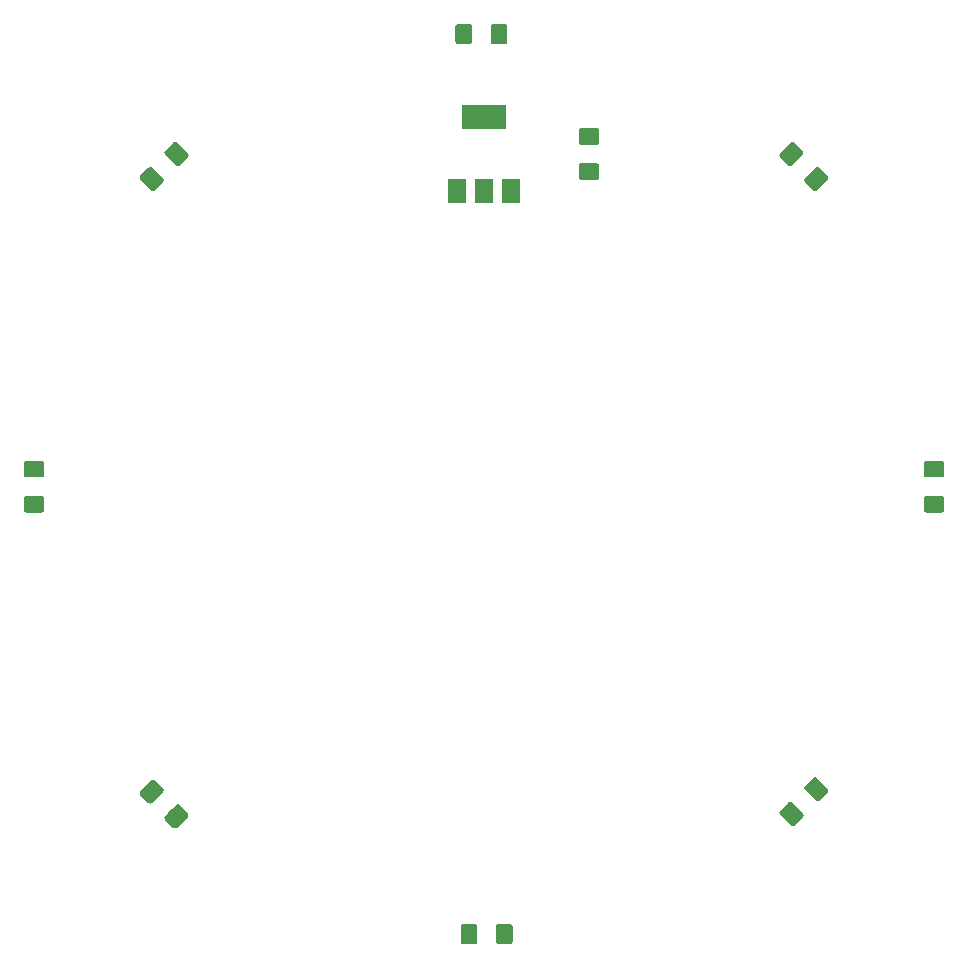
<source format=gbr>
G04 #@! TF.GenerationSoftware,KiCad,Pcbnew,(5.1.2)-1*
G04 #@! TF.CreationDate,2019-07-31T22:00:42+02:00*
G04 #@! TF.ProjectId,OpenMQTTGatewayPCB,4f70656e-4d51-4545-9447-617465776179,1*
G04 #@! TF.SameCoordinates,Original*
G04 #@! TF.FileFunction,Paste,Top*
G04 #@! TF.FilePolarity,Positive*
%FSLAX46Y46*%
G04 Gerber Fmt 4.6, Leading zero omitted, Abs format (unit mm)*
G04 Created by KiCad (PCBNEW (5.1.2)-1) date 2019-07-31 22:00:42*
%MOMM*%
%LPD*%
G04 APERTURE LIST*
%ADD10C,0.100000*%
%ADD11C,1.425000*%
%ADD12R,1.500000X2.000000*%
%ADD13R,3.800000X2.000000*%
G04 APERTURE END LIST*
D10*
G36*
X98712004Y-110886204D02*
G01*
X98736273Y-110889804D01*
X98760071Y-110895765D01*
X98783171Y-110904030D01*
X98805349Y-110914520D01*
X98826393Y-110927133D01*
X98846098Y-110941747D01*
X98864277Y-110958223D01*
X98880753Y-110976402D01*
X98895367Y-110996107D01*
X98907980Y-111017151D01*
X98918470Y-111039329D01*
X98926735Y-111062429D01*
X98932696Y-111086227D01*
X98936296Y-111110496D01*
X98937500Y-111135000D01*
X98937500Y-112385000D01*
X98936296Y-112409504D01*
X98932696Y-112433773D01*
X98926735Y-112457571D01*
X98918470Y-112480671D01*
X98907980Y-112502849D01*
X98895367Y-112523893D01*
X98880753Y-112543598D01*
X98864277Y-112561777D01*
X98846098Y-112578253D01*
X98826393Y-112592867D01*
X98805349Y-112605480D01*
X98783171Y-112615970D01*
X98760071Y-112624235D01*
X98736273Y-112630196D01*
X98712004Y-112633796D01*
X98687500Y-112635000D01*
X97762500Y-112635000D01*
X97737996Y-112633796D01*
X97713727Y-112630196D01*
X97689929Y-112624235D01*
X97666829Y-112615970D01*
X97644651Y-112605480D01*
X97623607Y-112592867D01*
X97603902Y-112578253D01*
X97585723Y-112561777D01*
X97569247Y-112543598D01*
X97554633Y-112523893D01*
X97542020Y-112502849D01*
X97531530Y-112480671D01*
X97523265Y-112457571D01*
X97517304Y-112433773D01*
X97513704Y-112409504D01*
X97512500Y-112385000D01*
X97512500Y-111135000D01*
X97513704Y-111110496D01*
X97517304Y-111086227D01*
X97523265Y-111062429D01*
X97531530Y-111039329D01*
X97542020Y-111017151D01*
X97554633Y-110996107D01*
X97569247Y-110976402D01*
X97585723Y-110958223D01*
X97603902Y-110941747D01*
X97623607Y-110927133D01*
X97644651Y-110914520D01*
X97666829Y-110904030D01*
X97689929Y-110895765D01*
X97713727Y-110889804D01*
X97737996Y-110886204D01*
X97762500Y-110885000D01*
X98687500Y-110885000D01*
X98712004Y-110886204D01*
X98712004Y-110886204D01*
G37*
D11*
X98225000Y-111760000D03*
D10*
G36*
X95737004Y-110886204D02*
G01*
X95761273Y-110889804D01*
X95785071Y-110895765D01*
X95808171Y-110904030D01*
X95830349Y-110914520D01*
X95851393Y-110927133D01*
X95871098Y-110941747D01*
X95889277Y-110958223D01*
X95905753Y-110976402D01*
X95920367Y-110996107D01*
X95932980Y-111017151D01*
X95943470Y-111039329D01*
X95951735Y-111062429D01*
X95957696Y-111086227D01*
X95961296Y-111110496D01*
X95962500Y-111135000D01*
X95962500Y-112385000D01*
X95961296Y-112409504D01*
X95957696Y-112433773D01*
X95951735Y-112457571D01*
X95943470Y-112480671D01*
X95932980Y-112502849D01*
X95920367Y-112523893D01*
X95905753Y-112543598D01*
X95889277Y-112561777D01*
X95871098Y-112578253D01*
X95851393Y-112592867D01*
X95830349Y-112605480D01*
X95808171Y-112615970D01*
X95785071Y-112624235D01*
X95761273Y-112630196D01*
X95737004Y-112633796D01*
X95712500Y-112635000D01*
X94787500Y-112635000D01*
X94762996Y-112633796D01*
X94738727Y-112630196D01*
X94714929Y-112624235D01*
X94691829Y-112615970D01*
X94669651Y-112605480D01*
X94648607Y-112592867D01*
X94628902Y-112578253D01*
X94610723Y-112561777D01*
X94594247Y-112543598D01*
X94579633Y-112523893D01*
X94567020Y-112502849D01*
X94556530Y-112480671D01*
X94548265Y-112457571D01*
X94542304Y-112433773D01*
X94538704Y-112409504D01*
X94537500Y-112385000D01*
X94537500Y-111135000D01*
X94538704Y-111110496D01*
X94542304Y-111086227D01*
X94548265Y-111062429D01*
X94556530Y-111039329D01*
X94567020Y-111017151D01*
X94579633Y-110996107D01*
X94594247Y-110976402D01*
X94610723Y-110958223D01*
X94628902Y-110941747D01*
X94648607Y-110927133D01*
X94669651Y-110914520D01*
X94691829Y-110904030D01*
X94714929Y-110895765D01*
X94738727Y-110889804D01*
X94762996Y-110886204D01*
X94787500Y-110885000D01*
X95712500Y-110885000D01*
X95737004Y-110886204D01*
X95737004Y-110886204D01*
G37*
D11*
X95250000Y-111760000D03*
D10*
G36*
X122464599Y-100582225D02*
G01*
X122488868Y-100585825D01*
X122512666Y-100591786D01*
X122535766Y-100600051D01*
X122557944Y-100610541D01*
X122578988Y-100623154D01*
X122598693Y-100637768D01*
X122616872Y-100654244D01*
X123500756Y-101538128D01*
X123517232Y-101556307D01*
X123531846Y-101576012D01*
X123544459Y-101597056D01*
X123554949Y-101619234D01*
X123563214Y-101642334D01*
X123569175Y-101666132D01*
X123572775Y-101690401D01*
X123573979Y-101714905D01*
X123572775Y-101739409D01*
X123569175Y-101763678D01*
X123563214Y-101787476D01*
X123554949Y-101810576D01*
X123544459Y-101832754D01*
X123531846Y-101853798D01*
X123517232Y-101873503D01*
X123500756Y-101891682D01*
X122846682Y-102545756D01*
X122828503Y-102562232D01*
X122808798Y-102576846D01*
X122787754Y-102589459D01*
X122765576Y-102599949D01*
X122742476Y-102608214D01*
X122718678Y-102614175D01*
X122694409Y-102617775D01*
X122669905Y-102618979D01*
X122645401Y-102617775D01*
X122621132Y-102614175D01*
X122597334Y-102608214D01*
X122574234Y-102599949D01*
X122552056Y-102589459D01*
X122531012Y-102576846D01*
X122511307Y-102562232D01*
X122493128Y-102545756D01*
X121609244Y-101661872D01*
X121592768Y-101643693D01*
X121578154Y-101623988D01*
X121565541Y-101602944D01*
X121555051Y-101580766D01*
X121546786Y-101557666D01*
X121540825Y-101533868D01*
X121537225Y-101509599D01*
X121536021Y-101485095D01*
X121537225Y-101460591D01*
X121540825Y-101436322D01*
X121546786Y-101412524D01*
X121555051Y-101389424D01*
X121565541Y-101367246D01*
X121578154Y-101346202D01*
X121592768Y-101326497D01*
X121609244Y-101308318D01*
X122263318Y-100654244D01*
X122281497Y-100637768D01*
X122301202Y-100623154D01*
X122322246Y-100610541D01*
X122344424Y-100600051D01*
X122367524Y-100591786D01*
X122391322Y-100585825D01*
X122415591Y-100582225D01*
X122440095Y-100581021D01*
X122464599Y-100582225D01*
X122464599Y-100582225D01*
G37*
D11*
X122555000Y-101600000D03*
D10*
G36*
X124568241Y-98478583D02*
G01*
X124592510Y-98482183D01*
X124616308Y-98488144D01*
X124639408Y-98496409D01*
X124661586Y-98506899D01*
X124682630Y-98519512D01*
X124702335Y-98534126D01*
X124720514Y-98550602D01*
X125604398Y-99434486D01*
X125620874Y-99452665D01*
X125635488Y-99472370D01*
X125648101Y-99493414D01*
X125658591Y-99515592D01*
X125666856Y-99538692D01*
X125672817Y-99562490D01*
X125676417Y-99586759D01*
X125677621Y-99611263D01*
X125676417Y-99635767D01*
X125672817Y-99660036D01*
X125666856Y-99683834D01*
X125658591Y-99706934D01*
X125648101Y-99729112D01*
X125635488Y-99750156D01*
X125620874Y-99769861D01*
X125604398Y-99788040D01*
X124950324Y-100442114D01*
X124932145Y-100458590D01*
X124912440Y-100473204D01*
X124891396Y-100485817D01*
X124869218Y-100496307D01*
X124846118Y-100504572D01*
X124822320Y-100510533D01*
X124798051Y-100514133D01*
X124773547Y-100515337D01*
X124749043Y-100514133D01*
X124724774Y-100510533D01*
X124700976Y-100504572D01*
X124677876Y-100496307D01*
X124655698Y-100485817D01*
X124634654Y-100473204D01*
X124614949Y-100458590D01*
X124596770Y-100442114D01*
X123712886Y-99558230D01*
X123696410Y-99540051D01*
X123681796Y-99520346D01*
X123669183Y-99499302D01*
X123658693Y-99477124D01*
X123650428Y-99454024D01*
X123644467Y-99430226D01*
X123640867Y-99405957D01*
X123639663Y-99381453D01*
X123640867Y-99356949D01*
X123644467Y-99332680D01*
X123650428Y-99308882D01*
X123658693Y-99285782D01*
X123669183Y-99263604D01*
X123681796Y-99242560D01*
X123696410Y-99222855D01*
X123712886Y-99204676D01*
X124366960Y-98550602D01*
X124385139Y-98534126D01*
X124404844Y-98519512D01*
X124425888Y-98506899D01*
X124448066Y-98496409D01*
X124471166Y-98488144D01*
X124494964Y-98482183D01*
X124519233Y-98478583D01*
X124543737Y-98477379D01*
X124568241Y-98478583D01*
X124568241Y-98478583D01*
G37*
D11*
X124658642Y-99496358D03*
D10*
G36*
X135269504Y-74653704D02*
G01*
X135293773Y-74657304D01*
X135317571Y-74663265D01*
X135340671Y-74671530D01*
X135362849Y-74682020D01*
X135383893Y-74694633D01*
X135403598Y-74709247D01*
X135421777Y-74725723D01*
X135438253Y-74743902D01*
X135452867Y-74763607D01*
X135465480Y-74784651D01*
X135475970Y-74806829D01*
X135484235Y-74829929D01*
X135490196Y-74853727D01*
X135493796Y-74877996D01*
X135495000Y-74902500D01*
X135495000Y-75827500D01*
X135493796Y-75852004D01*
X135490196Y-75876273D01*
X135484235Y-75900071D01*
X135475970Y-75923171D01*
X135465480Y-75945349D01*
X135452867Y-75966393D01*
X135438253Y-75986098D01*
X135421777Y-76004277D01*
X135403598Y-76020753D01*
X135383893Y-76035367D01*
X135362849Y-76047980D01*
X135340671Y-76058470D01*
X135317571Y-76066735D01*
X135293773Y-76072696D01*
X135269504Y-76076296D01*
X135245000Y-76077500D01*
X133995000Y-76077500D01*
X133970496Y-76076296D01*
X133946227Y-76072696D01*
X133922429Y-76066735D01*
X133899329Y-76058470D01*
X133877151Y-76047980D01*
X133856107Y-76035367D01*
X133836402Y-76020753D01*
X133818223Y-76004277D01*
X133801747Y-75986098D01*
X133787133Y-75966393D01*
X133774520Y-75945349D01*
X133764030Y-75923171D01*
X133755765Y-75900071D01*
X133749804Y-75876273D01*
X133746204Y-75852004D01*
X133745000Y-75827500D01*
X133745000Y-74902500D01*
X133746204Y-74877996D01*
X133749804Y-74853727D01*
X133755765Y-74829929D01*
X133764030Y-74806829D01*
X133774520Y-74784651D01*
X133787133Y-74763607D01*
X133801747Y-74743902D01*
X133818223Y-74725723D01*
X133836402Y-74709247D01*
X133856107Y-74694633D01*
X133877151Y-74682020D01*
X133899329Y-74671530D01*
X133922429Y-74663265D01*
X133946227Y-74657304D01*
X133970496Y-74653704D01*
X133995000Y-74652500D01*
X135245000Y-74652500D01*
X135269504Y-74653704D01*
X135269504Y-74653704D01*
G37*
D11*
X134620000Y-75365000D03*
D10*
G36*
X135269504Y-71678704D02*
G01*
X135293773Y-71682304D01*
X135317571Y-71688265D01*
X135340671Y-71696530D01*
X135362849Y-71707020D01*
X135383893Y-71719633D01*
X135403598Y-71734247D01*
X135421777Y-71750723D01*
X135438253Y-71768902D01*
X135452867Y-71788607D01*
X135465480Y-71809651D01*
X135475970Y-71831829D01*
X135484235Y-71854929D01*
X135490196Y-71878727D01*
X135493796Y-71902996D01*
X135495000Y-71927500D01*
X135495000Y-72852500D01*
X135493796Y-72877004D01*
X135490196Y-72901273D01*
X135484235Y-72925071D01*
X135475970Y-72948171D01*
X135465480Y-72970349D01*
X135452867Y-72991393D01*
X135438253Y-73011098D01*
X135421777Y-73029277D01*
X135403598Y-73045753D01*
X135383893Y-73060367D01*
X135362849Y-73072980D01*
X135340671Y-73083470D01*
X135317571Y-73091735D01*
X135293773Y-73097696D01*
X135269504Y-73101296D01*
X135245000Y-73102500D01*
X133995000Y-73102500D01*
X133970496Y-73101296D01*
X133946227Y-73097696D01*
X133922429Y-73091735D01*
X133899329Y-73083470D01*
X133877151Y-73072980D01*
X133856107Y-73060367D01*
X133836402Y-73045753D01*
X133818223Y-73029277D01*
X133801747Y-73011098D01*
X133787133Y-72991393D01*
X133774520Y-72970349D01*
X133764030Y-72948171D01*
X133755765Y-72925071D01*
X133749804Y-72901273D01*
X133746204Y-72877004D01*
X133745000Y-72852500D01*
X133745000Y-71927500D01*
X133746204Y-71902996D01*
X133749804Y-71878727D01*
X133755765Y-71854929D01*
X133764030Y-71831829D01*
X133774520Y-71809651D01*
X133787133Y-71788607D01*
X133801747Y-71768902D01*
X133818223Y-71750723D01*
X133836402Y-71734247D01*
X133856107Y-71719633D01*
X133877151Y-71707020D01*
X133899329Y-71696530D01*
X133922429Y-71688265D01*
X133946227Y-71682304D01*
X133970496Y-71678704D01*
X133995000Y-71677500D01*
X135245000Y-71677500D01*
X135269504Y-71678704D01*
X135269504Y-71678704D01*
G37*
D11*
X134620000Y-72390000D03*
D10*
G36*
X124798051Y-46805867D02*
G01*
X124822320Y-46809467D01*
X124846118Y-46815428D01*
X124869218Y-46823693D01*
X124891396Y-46834183D01*
X124912440Y-46846796D01*
X124932145Y-46861410D01*
X124950324Y-46877886D01*
X125604398Y-47531960D01*
X125620874Y-47550139D01*
X125635488Y-47569844D01*
X125648101Y-47590888D01*
X125658591Y-47613066D01*
X125666856Y-47636166D01*
X125672817Y-47659964D01*
X125676417Y-47684233D01*
X125677621Y-47708737D01*
X125676417Y-47733241D01*
X125672817Y-47757510D01*
X125666856Y-47781308D01*
X125658591Y-47804408D01*
X125648101Y-47826586D01*
X125635488Y-47847630D01*
X125620874Y-47867335D01*
X125604398Y-47885514D01*
X124720514Y-48769398D01*
X124702335Y-48785874D01*
X124682630Y-48800488D01*
X124661586Y-48813101D01*
X124639408Y-48823591D01*
X124616308Y-48831856D01*
X124592510Y-48837817D01*
X124568241Y-48841417D01*
X124543737Y-48842621D01*
X124519233Y-48841417D01*
X124494964Y-48837817D01*
X124471166Y-48831856D01*
X124448066Y-48823591D01*
X124425888Y-48813101D01*
X124404844Y-48800488D01*
X124385139Y-48785874D01*
X124366960Y-48769398D01*
X123712886Y-48115324D01*
X123696410Y-48097145D01*
X123681796Y-48077440D01*
X123669183Y-48056396D01*
X123658693Y-48034218D01*
X123650428Y-48011118D01*
X123644467Y-47987320D01*
X123640867Y-47963051D01*
X123639663Y-47938547D01*
X123640867Y-47914043D01*
X123644467Y-47889774D01*
X123650428Y-47865976D01*
X123658693Y-47842876D01*
X123669183Y-47820698D01*
X123681796Y-47799654D01*
X123696410Y-47779949D01*
X123712886Y-47761770D01*
X124596770Y-46877886D01*
X124614949Y-46861410D01*
X124634654Y-46846796D01*
X124655698Y-46834183D01*
X124677876Y-46823693D01*
X124700976Y-46815428D01*
X124724774Y-46809467D01*
X124749043Y-46805867D01*
X124773547Y-46804663D01*
X124798051Y-46805867D01*
X124798051Y-46805867D01*
G37*
D11*
X124658642Y-47823642D03*
D10*
G36*
X122694409Y-44702225D02*
G01*
X122718678Y-44705825D01*
X122742476Y-44711786D01*
X122765576Y-44720051D01*
X122787754Y-44730541D01*
X122808798Y-44743154D01*
X122828503Y-44757768D01*
X122846682Y-44774244D01*
X123500756Y-45428318D01*
X123517232Y-45446497D01*
X123531846Y-45466202D01*
X123544459Y-45487246D01*
X123554949Y-45509424D01*
X123563214Y-45532524D01*
X123569175Y-45556322D01*
X123572775Y-45580591D01*
X123573979Y-45605095D01*
X123572775Y-45629599D01*
X123569175Y-45653868D01*
X123563214Y-45677666D01*
X123554949Y-45700766D01*
X123544459Y-45722944D01*
X123531846Y-45743988D01*
X123517232Y-45763693D01*
X123500756Y-45781872D01*
X122616872Y-46665756D01*
X122598693Y-46682232D01*
X122578988Y-46696846D01*
X122557944Y-46709459D01*
X122535766Y-46719949D01*
X122512666Y-46728214D01*
X122488868Y-46734175D01*
X122464599Y-46737775D01*
X122440095Y-46738979D01*
X122415591Y-46737775D01*
X122391322Y-46734175D01*
X122367524Y-46728214D01*
X122344424Y-46719949D01*
X122322246Y-46709459D01*
X122301202Y-46696846D01*
X122281497Y-46682232D01*
X122263318Y-46665756D01*
X121609244Y-46011682D01*
X121592768Y-45993503D01*
X121578154Y-45973798D01*
X121565541Y-45952754D01*
X121555051Y-45930576D01*
X121546786Y-45907476D01*
X121540825Y-45883678D01*
X121537225Y-45859409D01*
X121536021Y-45834905D01*
X121537225Y-45810401D01*
X121540825Y-45786132D01*
X121546786Y-45762334D01*
X121555051Y-45739234D01*
X121565541Y-45717056D01*
X121578154Y-45696012D01*
X121592768Y-45676307D01*
X121609244Y-45658128D01*
X122493128Y-44774244D01*
X122511307Y-44757768D01*
X122531012Y-44743154D01*
X122552056Y-44730541D01*
X122574234Y-44720051D01*
X122597334Y-44711786D01*
X122621132Y-44705825D01*
X122645401Y-44702225D01*
X122669905Y-44701021D01*
X122694409Y-44702225D01*
X122694409Y-44702225D01*
G37*
D11*
X122555000Y-45720000D03*
D10*
G36*
X98277004Y-34686204D02*
G01*
X98301273Y-34689804D01*
X98325071Y-34695765D01*
X98348171Y-34704030D01*
X98370349Y-34714520D01*
X98391393Y-34727133D01*
X98411098Y-34741747D01*
X98429277Y-34758223D01*
X98445753Y-34776402D01*
X98460367Y-34796107D01*
X98472980Y-34817151D01*
X98483470Y-34839329D01*
X98491735Y-34862429D01*
X98497696Y-34886227D01*
X98501296Y-34910496D01*
X98502500Y-34935000D01*
X98502500Y-36185000D01*
X98501296Y-36209504D01*
X98497696Y-36233773D01*
X98491735Y-36257571D01*
X98483470Y-36280671D01*
X98472980Y-36302849D01*
X98460367Y-36323893D01*
X98445753Y-36343598D01*
X98429277Y-36361777D01*
X98411098Y-36378253D01*
X98391393Y-36392867D01*
X98370349Y-36405480D01*
X98348171Y-36415970D01*
X98325071Y-36424235D01*
X98301273Y-36430196D01*
X98277004Y-36433796D01*
X98252500Y-36435000D01*
X97327500Y-36435000D01*
X97302996Y-36433796D01*
X97278727Y-36430196D01*
X97254929Y-36424235D01*
X97231829Y-36415970D01*
X97209651Y-36405480D01*
X97188607Y-36392867D01*
X97168902Y-36378253D01*
X97150723Y-36361777D01*
X97134247Y-36343598D01*
X97119633Y-36323893D01*
X97107020Y-36302849D01*
X97096530Y-36280671D01*
X97088265Y-36257571D01*
X97082304Y-36233773D01*
X97078704Y-36209504D01*
X97077500Y-36185000D01*
X97077500Y-34935000D01*
X97078704Y-34910496D01*
X97082304Y-34886227D01*
X97088265Y-34862429D01*
X97096530Y-34839329D01*
X97107020Y-34817151D01*
X97119633Y-34796107D01*
X97134247Y-34776402D01*
X97150723Y-34758223D01*
X97168902Y-34741747D01*
X97188607Y-34727133D01*
X97209651Y-34714520D01*
X97231829Y-34704030D01*
X97254929Y-34695765D01*
X97278727Y-34689804D01*
X97302996Y-34686204D01*
X97327500Y-34685000D01*
X98252500Y-34685000D01*
X98277004Y-34686204D01*
X98277004Y-34686204D01*
G37*
D11*
X97790000Y-35560000D03*
D10*
G36*
X95302004Y-34686204D02*
G01*
X95326273Y-34689804D01*
X95350071Y-34695765D01*
X95373171Y-34704030D01*
X95395349Y-34714520D01*
X95416393Y-34727133D01*
X95436098Y-34741747D01*
X95454277Y-34758223D01*
X95470753Y-34776402D01*
X95485367Y-34796107D01*
X95497980Y-34817151D01*
X95508470Y-34839329D01*
X95516735Y-34862429D01*
X95522696Y-34886227D01*
X95526296Y-34910496D01*
X95527500Y-34935000D01*
X95527500Y-36185000D01*
X95526296Y-36209504D01*
X95522696Y-36233773D01*
X95516735Y-36257571D01*
X95508470Y-36280671D01*
X95497980Y-36302849D01*
X95485367Y-36323893D01*
X95470753Y-36343598D01*
X95454277Y-36361777D01*
X95436098Y-36378253D01*
X95416393Y-36392867D01*
X95395349Y-36405480D01*
X95373171Y-36415970D01*
X95350071Y-36424235D01*
X95326273Y-36430196D01*
X95302004Y-36433796D01*
X95277500Y-36435000D01*
X94352500Y-36435000D01*
X94327996Y-36433796D01*
X94303727Y-36430196D01*
X94279929Y-36424235D01*
X94256829Y-36415970D01*
X94234651Y-36405480D01*
X94213607Y-36392867D01*
X94193902Y-36378253D01*
X94175723Y-36361777D01*
X94159247Y-36343598D01*
X94144633Y-36323893D01*
X94132020Y-36302849D01*
X94121530Y-36280671D01*
X94113265Y-36257571D01*
X94107304Y-36233773D01*
X94103704Y-36209504D01*
X94102500Y-36185000D01*
X94102500Y-34935000D01*
X94103704Y-34910496D01*
X94107304Y-34886227D01*
X94113265Y-34862429D01*
X94121530Y-34839329D01*
X94132020Y-34817151D01*
X94144633Y-34796107D01*
X94159247Y-34776402D01*
X94175723Y-34758223D01*
X94193902Y-34741747D01*
X94213607Y-34727133D01*
X94234651Y-34714520D01*
X94256829Y-34704030D01*
X94279929Y-34695765D01*
X94303727Y-34689804D01*
X94327996Y-34686204D01*
X94352500Y-34685000D01*
X95277500Y-34685000D01*
X95302004Y-34686204D01*
X95302004Y-34686204D01*
G37*
D11*
X94815000Y-35560000D03*
D10*
G36*
X70394599Y-44702225D02*
G01*
X70418868Y-44705825D01*
X70442666Y-44711786D01*
X70465766Y-44720051D01*
X70487944Y-44730541D01*
X70508988Y-44743154D01*
X70528693Y-44757768D01*
X70546872Y-44774244D01*
X71430756Y-45658128D01*
X71447232Y-45676307D01*
X71461846Y-45696012D01*
X71474459Y-45717056D01*
X71484949Y-45739234D01*
X71493214Y-45762334D01*
X71499175Y-45786132D01*
X71502775Y-45810401D01*
X71503979Y-45834905D01*
X71502775Y-45859409D01*
X71499175Y-45883678D01*
X71493214Y-45907476D01*
X71484949Y-45930576D01*
X71474459Y-45952754D01*
X71461846Y-45973798D01*
X71447232Y-45993503D01*
X71430756Y-46011682D01*
X70776682Y-46665756D01*
X70758503Y-46682232D01*
X70738798Y-46696846D01*
X70717754Y-46709459D01*
X70695576Y-46719949D01*
X70672476Y-46728214D01*
X70648678Y-46734175D01*
X70624409Y-46737775D01*
X70599905Y-46738979D01*
X70575401Y-46737775D01*
X70551132Y-46734175D01*
X70527334Y-46728214D01*
X70504234Y-46719949D01*
X70482056Y-46709459D01*
X70461012Y-46696846D01*
X70441307Y-46682232D01*
X70423128Y-46665756D01*
X69539244Y-45781872D01*
X69522768Y-45763693D01*
X69508154Y-45743988D01*
X69495541Y-45722944D01*
X69485051Y-45700766D01*
X69476786Y-45677666D01*
X69470825Y-45653868D01*
X69467225Y-45629599D01*
X69466021Y-45605095D01*
X69467225Y-45580591D01*
X69470825Y-45556322D01*
X69476786Y-45532524D01*
X69485051Y-45509424D01*
X69495541Y-45487246D01*
X69508154Y-45466202D01*
X69522768Y-45446497D01*
X69539244Y-45428318D01*
X70193318Y-44774244D01*
X70211497Y-44757768D01*
X70231202Y-44743154D01*
X70252246Y-44730541D01*
X70274424Y-44720051D01*
X70297524Y-44711786D01*
X70321322Y-44705825D01*
X70345591Y-44702225D01*
X70370095Y-44701021D01*
X70394599Y-44702225D01*
X70394599Y-44702225D01*
G37*
D11*
X70485000Y-45720000D03*
D10*
G36*
X68290957Y-46805867D02*
G01*
X68315226Y-46809467D01*
X68339024Y-46815428D01*
X68362124Y-46823693D01*
X68384302Y-46834183D01*
X68405346Y-46846796D01*
X68425051Y-46861410D01*
X68443230Y-46877886D01*
X69327114Y-47761770D01*
X69343590Y-47779949D01*
X69358204Y-47799654D01*
X69370817Y-47820698D01*
X69381307Y-47842876D01*
X69389572Y-47865976D01*
X69395533Y-47889774D01*
X69399133Y-47914043D01*
X69400337Y-47938547D01*
X69399133Y-47963051D01*
X69395533Y-47987320D01*
X69389572Y-48011118D01*
X69381307Y-48034218D01*
X69370817Y-48056396D01*
X69358204Y-48077440D01*
X69343590Y-48097145D01*
X69327114Y-48115324D01*
X68673040Y-48769398D01*
X68654861Y-48785874D01*
X68635156Y-48800488D01*
X68614112Y-48813101D01*
X68591934Y-48823591D01*
X68568834Y-48831856D01*
X68545036Y-48837817D01*
X68520767Y-48841417D01*
X68496263Y-48842621D01*
X68471759Y-48841417D01*
X68447490Y-48837817D01*
X68423692Y-48831856D01*
X68400592Y-48823591D01*
X68378414Y-48813101D01*
X68357370Y-48800488D01*
X68337665Y-48785874D01*
X68319486Y-48769398D01*
X67435602Y-47885514D01*
X67419126Y-47867335D01*
X67404512Y-47847630D01*
X67391899Y-47826586D01*
X67381409Y-47804408D01*
X67373144Y-47781308D01*
X67367183Y-47757510D01*
X67363583Y-47733241D01*
X67362379Y-47708737D01*
X67363583Y-47684233D01*
X67367183Y-47659964D01*
X67373144Y-47636166D01*
X67381409Y-47613066D01*
X67391899Y-47590888D01*
X67404512Y-47569844D01*
X67419126Y-47550139D01*
X67435602Y-47531960D01*
X68089676Y-46877886D01*
X68107855Y-46861410D01*
X68127560Y-46846796D01*
X68148604Y-46834183D01*
X68170782Y-46823693D01*
X68193882Y-46815428D01*
X68217680Y-46809467D01*
X68241949Y-46805867D01*
X68266453Y-46804663D01*
X68290957Y-46805867D01*
X68290957Y-46805867D01*
G37*
D11*
X68381358Y-47823642D03*
D10*
G36*
X59069504Y-71678704D02*
G01*
X59093773Y-71682304D01*
X59117571Y-71688265D01*
X59140671Y-71696530D01*
X59162849Y-71707020D01*
X59183893Y-71719633D01*
X59203598Y-71734247D01*
X59221777Y-71750723D01*
X59238253Y-71768902D01*
X59252867Y-71788607D01*
X59265480Y-71809651D01*
X59275970Y-71831829D01*
X59284235Y-71854929D01*
X59290196Y-71878727D01*
X59293796Y-71902996D01*
X59295000Y-71927500D01*
X59295000Y-72852500D01*
X59293796Y-72877004D01*
X59290196Y-72901273D01*
X59284235Y-72925071D01*
X59275970Y-72948171D01*
X59265480Y-72970349D01*
X59252867Y-72991393D01*
X59238253Y-73011098D01*
X59221777Y-73029277D01*
X59203598Y-73045753D01*
X59183893Y-73060367D01*
X59162849Y-73072980D01*
X59140671Y-73083470D01*
X59117571Y-73091735D01*
X59093773Y-73097696D01*
X59069504Y-73101296D01*
X59045000Y-73102500D01*
X57795000Y-73102500D01*
X57770496Y-73101296D01*
X57746227Y-73097696D01*
X57722429Y-73091735D01*
X57699329Y-73083470D01*
X57677151Y-73072980D01*
X57656107Y-73060367D01*
X57636402Y-73045753D01*
X57618223Y-73029277D01*
X57601747Y-73011098D01*
X57587133Y-72991393D01*
X57574520Y-72970349D01*
X57564030Y-72948171D01*
X57555765Y-72925071D01*
X57549804Y-72901273D01*
X57546204Y-72877004D01*
X57545000Y-72852500D01*
X57545000Y-71927500D01*
X57546204Y-71902996D01*
X57549804Y-71878727D01*
X57555765Y-71854929D01*
X57564030Y-71831829D01*
X57574520Y-71809651D01*
X57587133Y-71788607D01*
X57601747Y-71768902D01*
X57618223Y-71750723D01*
X57636402Y-71734247D01*
X57656107Y-71719633D01*
X57677151Y-71707020D01*
X57699329Y-71696530D01*
X57722429Y-71688265D01*
X57746227Y-71682304D01*
X57770496Y-71678704D01*
X57795000Y-71677500D01*
X59045000Y-71677500D01*
X59069504Y-71678704D01*
X59069504Y-71678704D01*
G37*
D11*
X58420000Y-72390000D03*
D10*
G36*
X59069504Y-74653704D02*
G01*
X59093773Y-74657304D01*
X59117571Y-74663265D01*
X59140671Y-74671530D01*
X59162849Y-74682020D01*
X59183893Y-74694633D01*
X59203598Y-74709247D01*
X59221777Y-74725723D01*
X59238253Y-74743902D01*
X59252867Y-74763607D01*
X59265480Y-74784651D01*
X59275970Y-74806829D01*
X59284235Y-74829929D01*
X59290196Y-74853727D01*
X59293796Y-74877996D01*
X59295000Y-74902500D01*
X59295000Y-75827500D01*
X59293796Y-75852004D01*
X59290196Y-75876273D01*
X59284235Y-75900071D01*
X59275970Y-75923171D01*
X59265480Y-75945349D01*
X59252867Y-75966393D01*
X59238253Y-75986098D01*
X59221777Y-76004277D01*
X59203598Y-76020753D01*
X59183893Y-76035367D01*
X59162849Y-76047980D01*
X59140671Y-76058470D01*
X59117571Y-76066735D01*
X59093773Y-76072696D01*
X59069504Y-76076296D01*
X59045000Y-76077500D01*
X57795000Y-76077500D01*
X57770496Y-76076296D01*
X57746227Y-76072696D01*
X57722429Y-76066735D01*
X57699329Y-76058470D01*
X57677151Y-76047980D01*
X57656107Y-76035367D01*
X57636402Y-76020753D01*
X57618223Y-76004277D01*
X57601747Y-75986098D01*
X57587133Y-75966393D01*
X57574520Y-75945349D01*
X57564030Y-75923171D01*
X57555765Y-75900071D01*
X57549804Y-75876273D01*
X57546204Y-75852004D01*
X57545000Y-75827500D01*
X57545000Y-74902500D01*
X57546204Y-74877996D01*
X57549804Y-74853727D01*
X57555765Y-74829929D01*
X57564030Y-74806829D01*
X57574520Y-74784651D01*
X57587133Y-74763607D01*
X57601747Y-74743902D01*
X57618223Y-74725723D01*
X57636402Y-74709247D01*
X57656107Y-74694633D01*
X57677151Y-74682020D01*
X57699329Y-74671530D01*
X57722429Y-74663265D01*
X57746227Y-74657304D01*
X57770496Y-74653704D01*
X57795000Y-74652500D01*
X59045000Y-74652500D01*
X59069504Y-74653704D01*
X59069504Y-74653704D01*
G37*
D11*
X58420000Y-75365000D03*
D10*
G36*
X68520767Y-98677225D02*
G01*
X68545036Y-98680825D01*
X68568834Y-98686786D01*
X68591934Y-98695051D01*
X68614112Y-98705541D01*
X68635156Y-98718154D01*
X68654861Y-98732768D01*
X68673040Y-98749244D01*
X69327114Y-99403318D01*
X69343590Y-99421497D01*
X69358204Y-99441202D01*
X69370817Y-99462246D01*
X69381307Y-99484424D01*
X69389572Y-99507524D01*
X69395533Y-99531322D01*
X69399133Y-99555591D01*
X69400337Y-99580095D01*
X69399133Y-99604599D01*
X69395533Y-99628868D01*
X69389572Y-99652666D01*
X69381307Y-99675766D01*
X69370817Y-99697944D01*
X69358204Y-99718988D01*
X69343590Y-99738693D01*
X69327114Y-99756872D01*
X68443230Y-100640756D01*
X68425051Y-100657232D01*
X68405346Y-100671846D01*
X68384302Y-100684459D01*
X68362124Y-100694949D01*
X68339024Y-100703214D01*
X68315226Y-100709175D01*
X68290957Y-100712775D01*
X68266453Y-100713979D01*
X68241949Y-100712775D01*
X68217680Y-100709175D01*
X68193882Y-100703214D01*
X68170782Y-100694949D01*
X68148604Y-100684459D01*
X68127560Y-100671846D01*
X68107855Y-100657232D01*
X68089676Y-100640756D01*
X67435602Y-99986682D01*
X67419126Y-99968503D01*
X67404512Y-99948798D01*
X67391899Y-99927754D01*
X67381409Y-99905576D01*
X67373144Y-99882476D01*
X67367183Y-99858678D01*
X67363583Y-99834409D01*
X67362379Y-99809905D01*
X67363583Y-99785401D01*
X67367183Y-99761132D01*
X67373144Y-99737334D01*
X67381409Y-99714234D01*
X67391899Y-99692056D01*
X67404512Y-99671012D01*
X67419126Y-99651307D01*
X67435602Y-99633128D01*
X68319486Y-98749244D01*
X68337665Y-98732768D01*
X68357370Y-98718154D01*
X68378414Y-98705541D01*
X68400592Y-98695051D01*
X68423692Y-98686786D01*
X68447490Y-98680825D01*
X68471759Y-98677225D01*
X68496263Y-98676021D01*
X68520767Y-98677225D01*
X68520767Y-98677225D01*
G37*
D11*
X68381358Y-99695000D03*
D10*
G36*
X70624409Y-100780867D02*
G01*
X70648678Y-100784467D01*
X70672476Y-100790428D01*
X70695576Y-100798693D01*
X70717754Y-100809183D01*
X70738798Y-100821796D01*
X70758503Y-100836410D01*
X70776682Y-100852886D01*
X71430756Y-101506960D01*
X71447232Y-101525139D01*
X71461846Y-101544844D01*
X71474459Y-101565888D01*
X71484949Y-101588066D01*
X71493214Y-101611166D01*
X71499175Y-101634964D01*
X71502775Y-101659233D01*
X71503979Y-101683737D01*
X71502775Y-101708241D01*
X71499175Y-101732510D01*
X71493214Y-101756308D01*
X71484949Y-101779408D01*
X71474459Y-101801586D01*
X71461846Y-101822630D01*
X71447232Y-101842335D01*
X71430756Y-101860514D01*
X70546872Y-102744398D01*
X70528693Y-102760874D01*
X70508988Y-102775488D01*
X70487944Y-102788101D01*
X70465766Y-102798591D01*
X70442666Y-102806856D01*
X70418868Y-102812817D01*
X70394599Y-102816417D01*
X70370095Y-102817621D01*
X70345591Y-102816417D01*
X70321322Y-102812817D01*
X70297524Y-102806856D01*
X70274424Y-102798591D01*
X70252246Y-102788101D01*
X70231202Y-102775488D01*
X70211497Y-102760874D01*
X70193318Y-102744398D01*
X69539244Y-102090324D01*
X69522768Y-102072145D01*
X69508154Y-102052440D01*
X69495541Y-102031396D01*
X69485051Y-102009218D01*
X69476786Y-101986118D01*
X69470825Y-101962320D01*
X69467225Y-101938051D01*
X69466021Y-101913547D01*
X69467225Y-101889043D01*
X69470825Y-101864774D01*
X69476786Y-101840976D01*
X69485051Y-101817876D01*
X69495541Y-101795698D01*
X69508154Y-101774654D01*
X69522768Y-101754949D01*
X69539244Y-101736770D01*
X70423128Y-100852886D01*
X70441307Y-100836410D01*
X70461012Y-100821796D01*
X70482056Y-100809183D01*
X70504234Y-100798693D01*
X70527334Y-100790428D01*
X70551132Y-100784467D01*
X70575401Y-100780867D01*
X70599905Y-100779663D01*
X70624409Y-100780867D01*
X70624409Y-100780867D01*
G37*
D11*
X70485000Y-101798642D03*
D10*
G36*
X106059504Y-46496204D02*
G01*
X106083773Y-46499804D01*
X106107571Y-46505765D01*
X106130671Y-46514030D01*
X106152849Y-46524520D01*
X106173893Y-46537133D01*
X106193598Y-46551747D01*
X106211777Y-46568223D01*
X106228253Y-46586402D01*
X106242867Y-46606107D01*
X106255480Y-46627151D01*
X106265970Y-46649329D01*
X106274235Y-46672429D01*
X106280196Y-46696227D01*
X106283796Y-46720496D01*
X106285000Y-46745000D01*
X106285000Y-47670000D01*
X106283796Y-47694504D01*
X106280196Y-47718773D01*
X106274235Y-47742571D01*
X106265970Y-47765671D01*
X106255480Y-47787849D01*
X106242867Y-47808893D01*
X106228253Y-47828598D01*
X106211777Y-47846777D01*
X106193598Y-47863253D01*
X106173893Y-47877867D01*
X106152849Y-47890480D01*
X106130671Y-47900970D01*
X106107571Y-47909235D01*
X106083773Y-47915196D01*
X106059504Y-47918796D01*
X106035000Y-47920000D01*
X104785000Y-47920000D01*
X104760496Y-47918796D01*
X104736227Y-47915196D01*
X104712429Y-47909235D01*
X104689329Y-47900970D01*
X104667151Y-47890480D01*
X104646107Y-47877867D01*
X104626402Y-47863253D01*
X104608223Y-47846777D01*
X104591747Y-47828598D01*
X104577133Y-47808893D01*
X104564520Y-47787849D01*
X104554030Y-47765671D01*
X104545765Y-47742571D01*
X104539804Y-47718773D01*
X104536204Y-47694504D01*
X104535000Y-47670000D01*
X104535000Y-46745000D01*
X104536204Y-46720496D01*
X104539804Y-46696227D01*
X104545765Y-46672429D01*
X104554030Y-46649329D01*
X104564520Y-46627151D01*
X104577133Y-46606107D01*
X104591747Y-46586402D01*
X104608223Y-46568223D01*
X104626402Y-46551747D01*
X104646107Y-46537133D01*
X104667151Y-46524520D01*
X104689329Y-46514030D01*
X104712429Y-46505765D01*
X104736227Y-46499804D01*
X104760496Y-46496204D01*
X104785000Y-46495000D01*
X106035000Y-46495000D01*
X106059504Y-46496204D01*
X106059504Y-46496204D01*
G37*
D11*
X105410000Y-47207500D03*
D10*
G36*
X106059504Y-43521204D02*
G01*
X106083773Y-43524804D01*
X106107571Y-43530765D01*
X106130671Y-43539030D01*
X106152849Y-43549520D01*
X106173893Y-43562133D01*
X106193598Y-43576747D01*
X106211777Y-43593223D01*
X106228253Y-43611402D01*
X106242867Y-43631107D01*
X106255480Y-43652151D01*
X106265970Y-43674329D01*
X106274235Y-43697429D01*
X106280196Y-43721227D01*
X106283796Y-43745496D01*
X106285000Y-43770000D01*
X106285000Y-44695000D01*
X106283796Y-44719504D01*
X106280196Y-44743773D01*
X106274235Y-44767571D01*
X106265970Y-44790671D01*
X106255480Y-44812849D01*
X106242867Y-44833893D01*
X106228253Y-44853598D01*
X106211777Y-44871777D01*
X106193598Y-44888253D01*
X106173893Y-44902867D01*
X106152849Y-44915480D01*
X106130671Y-44925970D01*
X106107571Y-44934235D01*
X106083773Y-44940196D01*
X106059504Y-44943796D01*
X106035000Y-44945000D01*
X104785000Y-44945000D01*
X104760496Y-44943796D01*
X104736227Y-44940196D01*
X104712429Y-44934235D01*
X104689329Y-44925970D01*
X104667151Y-44915480D01*
X104646107Y-44902867D01*
X104626402Y-44888253D01*
X104608223Y-44871777D01*
X104591747Y-44853598D01*
X104577133Y-44833893D01*
X104564520Y-44812849D01*
X104554030Y-44790671D01*
X104545765Y-44767571D01*
X104539804Y-44743773D01*
X104536204Y-44719504D01*
X104535000Y-44695000D01*
X104535000Y-43770000D01*
X104536204Y-43745496D01*
X104539804Y-43721227D01*
X104545765Y-43697429D01*
X104554030Y-43674329D01*
X104564520Y-43652151D01*
X104577133Y-43631107D01*
X104591747Y-43611402D01*
X104608223Y-43593223D01*
X104626402Y-43576747D01*
X104646107Y-43562133D01*
X104667151Y-43549520D01*
X104689329Y-43539030D01*
X104712429Y-43530765D01*
X104736227Y-43524804D01*
X104760496Y-43521204D01*
X104785000Y-43520000D01*
X106035000Y-43520000D01*
X106059504Y-43521204D01*
X106059504Y-43521204D01*
G37*
D11*
X105410000Y-44232500D03*
D12*
X94220000Y-48870000D03*
X98820000Y-48870000D03*
X96520000Y-48870000D03*
D13*
X96520000Y-42570000D03*
M02*

</source>
